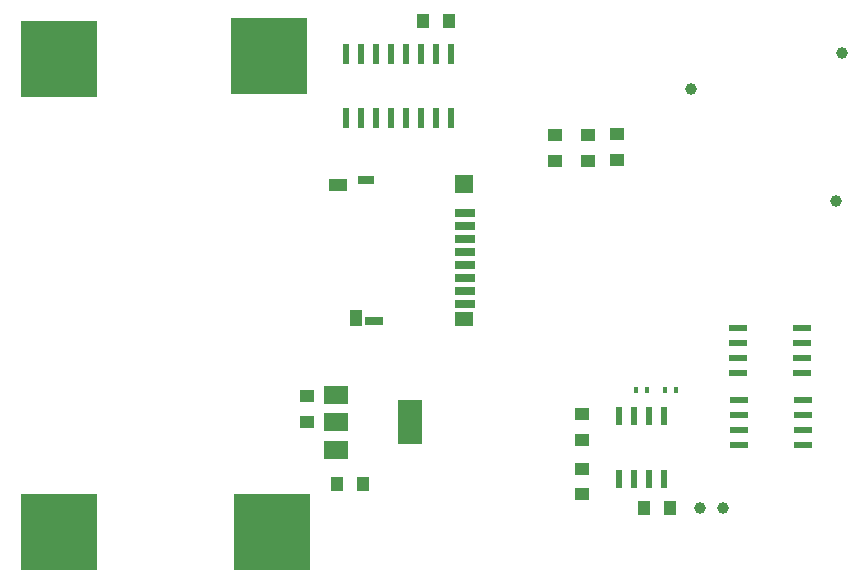
<source format=gbr>
G04 #@! TF.GenerationSoftware,KiCad,Pcbnew,(5.0.2)-1*
G04 #@! TF.CreationDate,2019-05-25T19:55:33-02:30*
G04 #@! TF.ProjectId,ControllerPCB,436f6e74-726f-46c6-9c65-725043422e6b,rev?*
G04 #@! TF.SameCoordinates,Original*
G04 #@! TF.FileFunction,Paste,Top*
G04 #@! TF.FilePolarity,Positive*
%FSLAX46Y46*%
G04 Gerber Fmt 4.6, Leading zero omitted, Abs format (unit mm)*
G04 Created by KiCad (PCBNEW (5.0.2)-1) date 5/25/2019 7:55:33 PM*
%MOMM*%
%LPD*%
G01*
G04 APERTURE LIST*
%ADD10R,1.000000X1.250000*%
%ADD11R,1.250000X1.000000*%
%ADD12R,6.500000X6.500000*%
%ADD13R,2.000000X1.500000*%
%ADD14R,2.000000X3.800000*%
%ADD15R,1.550000X1.000000*%
%ADD16R,1.500000X1.500000*%
%ADD17R,1.750000X0.700000*%
%ADD18R,1.400000X0.800000*%
%ADD19R,1.000000X1.450000*%
%ADD20R,1.500000X0.800000*%
%ADD21R,1.500000X1.300000*%
%ADD22C,1.000000*%
%ADD23R,0.600000X1.550000*%
%ADD24R,1.550000X0.600000*%
%ADD25R,0.400000X0.600000*%
%ADD26R,0.600000X1.800000*%
G04 APERTURE END LIST*
D10*
G04 #@! TO.C,C1*
X140698000Y-118365000D03*
X138498000Y-118365000D03*
G04 #@! TD*
D11*
G04 #@! TO.C,C2*
X135998000Y-113065000D03*
X135998000Y-110865000D03*
G04 #@! TD*
D12*
G04 #@! TO.C,U1*
X132748000Y-82115000D03*
X114998000Y-82365000D03*
X114998000Y-122365000D03*
X132998000Y-122365000D03*
G04 #@! TD*
D13*
G04 #@! TO.C,U2*
X138448000Y-110815000D03*
X138448000Y-115415000D03*
X138448000Y-113115000D03*
D14*
X144748000Y-113115000D03*
G04 #@! TD*
D10*
G04 #@! TO.C,C5*
X145798000Y-79115000D03*
X147998000Y-79115000D03*
G04 #@! TD*
G04 #@! TO.C,C6*
X164548000Y-120365000D03*
X166748000Y-120365000D03*
G04 #@! TD*
D15*
G04 #@! TO.C,J4*
X138573000Y-93015000D03*
D16*
X149248000Y-92965000D03*
D17*
X149373000Y-95415000D03*
X149373000Y-96515000D03*
X149373000Y-97615000D03*
X149373000Y-98715000D03*
X149373000Y-99815000D03*
X149373000Y-100915000D03*
X149373000Y-102015000D03*
D18*
X140998000Y-92615000D03*
D19*
X140148000Y-104240000D03*
D20*
X141648000Y-104565000D03*
D21*
X149248000Y-104315000D03*
D17*
X149373000Y-103115000D03*
G04 #@! TD*
D11*
G04 #@! TO.C,R1*
X159248000Y-119215000D03*
X159248000Y-117015000D03*
G04 #@! TD*
G04 #@! TO.C,R2*
X159248000Y-112415000D03*
X159248000Y-114615000D03*
G04 #@! TD*
G04 #@! TO.C,R3*
X162248000Y-90865000D03*
X162248000Y-88665000D03*
G04 #@! TD*
G04 #@! TO.C,R4*
X159748000Y-90965000D03*
X159748000Y-88765000D03*
G04 #@! TD*
G04 #@! TO.C,R5*
X156998000Y-90965000D03*
X156998000Y-88765000D03*
G04 #@! TD*
D22*
G04 #@! TO.C,TP1*
X181248000Y-81865000D03*
G04 #@! TD*
G04 #@! TO.C,TP2*
X180748000Y-94365000D03*
G04 #@! TD*
G04 #@! TO.C,TP3*
X168498000Y-84865000D03*
G04 #@! TD*
G04 #@! TO.C,TP4*
X169248000Y-120365000D03*
G04 #@! TD*
G04 #@! TO.C,TP5*
X171248000Y-120365000D03*
G04 #@! TD*
D23*
G04 #@! TO.C,U3*
X166227999Y-112530001D03*
X164957999Y-112530001D03*
X163687999Y-112530001D03*
X162417999Y-112530001D03*
X162417999Y-117930001D03*
X163687999Y-117930001D03*
X164957999Y-117930001D03*
X166227999Y-117930001D03*
G04 #@! TD*
D24*
G04 #@! TO.C,U6*
X177948000Y-115020000D03*
X177948000Y-113750000D03*
X177948000Y-112480000D03*
X177948000Y-111210000D03*
X172548000Y-111210000D03*
X172548000Y-112480000D03*
X172548000Y-113750000D03*
X172548000Y-115020000D03*
G04 #@! TD*
G04 #@! TO.C,U7*
X172498000Y-108905000D03*
X172498000Y-107635000D03*
X172498000Y-106365000D03*
X172498000Y-105095000D03*
X177898000Y-105095000D03*
X177898000Y-106365000D03*
X177898000Y-107635000D03*
X177898000Y-108905000D03*
G04 #@! TD*
D25*
G04 #@! TO.C,C3*
X167198000Y-110365000D03*
X166298000Y-110365000D03*
G04 #@! TD*
D26*
G04 #@! TO.C,U4*
X148193000Y-81915000D03*
X146923000Y-81915000D03*
X145653000Y-81915000D03*
X144383000Y-81915000D03*
X143113000Y-81915000D03*
X141843000Y-81915000D03*
X140573000Y-81915000D03*
X139303000Y-81915000D03*
X139303000Y-87315000D03*
X140573000Y-87315000D03*
X141843000Y-87315000D03*
X143113000Y-87315000D03*
X144383000Y-87315000D03*
X145653000Y-87315000D03*
X146923000Y-87315000D03*
X148193000Y-87315000D03*
G04 #@! TD*
D25*
G04 #@! TO.C,C4*
X163848000Y-110365000D03*
X164748000Y-110365000D03*
G04 #@! TD*
M02*

</source>
